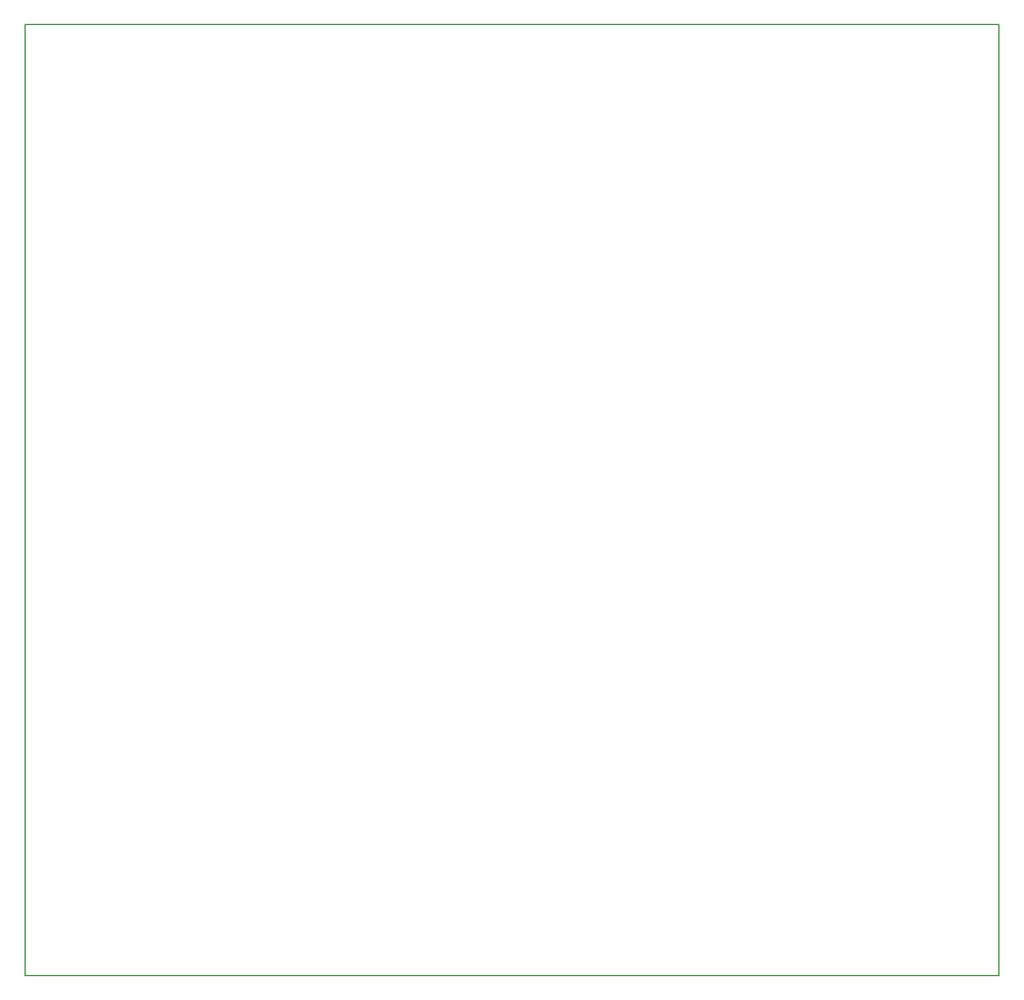
<source format=gm1>
G04 MADE WITH FRITZING*
G04 WWW.FRITZING.ORG*
G04 DOUBLE SIDED*
G04 HOLES PLATED*
G04 CONTOUR ON CENTER OF CONTOUR VECTOR*
%ASAXBY*%
%FSLAX23Y23*%
%MOIN*%
%OFA0B0*%
%SFA1.0B1.0*%
%ADD10R,5.182090X5.064610*%
%ADD11C,0.008000*%
%ADD10C,0.008*%
%LNCONTOUR*%
G90*
G70*
G54D10*
G54D11*
X4Y5061D02*
X5178Y5061D01*
X5178Y4D01*
X4Y4D01*
X4Y5061D01*
D02*
G04 End of contour*
M02*
</source>
